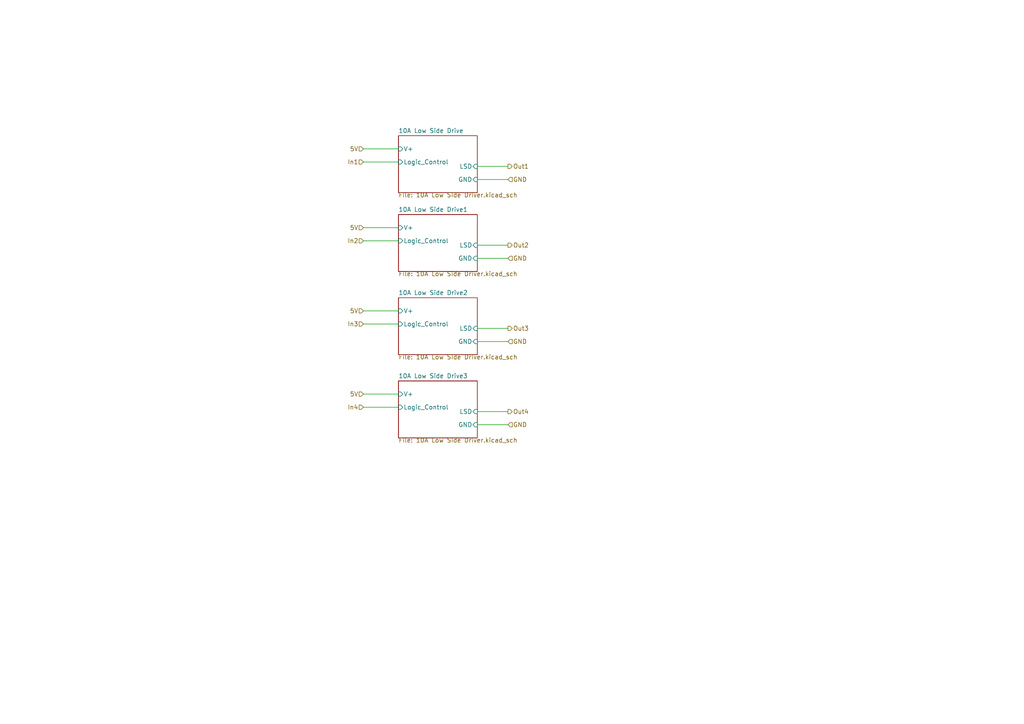
<source format=kicad_sch>
(kicad_sch
	(version 20250114)
	(generator "eeschema")
	(generator_version "9.0")
	(uuid "9dc18f7b-b9e7-44dd-939a-1e50b174543d")
	(paper "A4")
	(lib_symbols)
	(wire
		(pts
			(xy 138.43 74.93) (xy 147.32 74.93)
		)
		(stroke
			(width 0)
			(type default)
		)
		(uuid "22836da0-2bcc-42a0-ae7f-d27cf365de38")
	)
	(wire
		(pts
			(xy 138.43 48.26) (xy 147.32 48.26)
		)
		(stroke
			(width 0)
			(type default)
		)
		(uuid "3187710a-9af7-404a-96cd-2230650d83c3")
	)
	(wire
		(pts
			(xy 138.43 123.19) (xy 147.32 123.19)
		)
		(stroke
			(width 0)
			(type default)
		)
		(uuid "350eac2f-1744-4c28-8dd1-4e562421ab04")
	)
	(wire
		(pts
			(xy 138.43 119.38) (xy 147.32 119.38)
		)
		(stroke
			(width 0)
			(type default)
		)
		(uuid "351ea33f-817a-4abd-9ea8-64ac477155a0")
	)
	(wire
		(pts
			(xy 105.41 66.04) (xy 115.57 66.04)
		)
		(stroke
			(width 0)
			(type default)
		)
		(uuid "39127245-f90c-4e66-8985-2ea4c38f2c43")
	)
	(wire
		(pts
			(xy 105.41 90.17) (xy 115.57 90.17)
		)
		(stroke
			(width 0)
			(type default)
		)
		(uuid "44849324-32ed-43eb-b09e-1bf3a255ff29")
	)
	(wire
		(pts
			(xy 138.43 52.07) (xy 147.32 52.07)
		)
		(stroke
			(width 0)
			(type default)
		)
		(uuid "45f1f535-9a80-4561-b1d1-2bda564989c2")
	)
	(wire
		(pts
			(xy 105.41 69.85) (xy 115.57 69.85)
		)
		(stroke
			(width 0)
			(type default)
		)
		(uuid "64dcf187-0820-430b-887e-3386f1dec549")
	)
	(wire
		(pts
			(xy 138.43 95.25) (xy 147.32 95.25)
		)
		(stroke
			(width 0)
			(type default)
		)
		(uuid "71aa0727-f16e-4f27-9762-bda30456318b")
	)
	(wire
		(pts
			(xy 105.41 46.99) (xy 115.57 46.99)
		)
		(stroke
			(width 0)
			(type default)
		)
		(uuid "82287ee0-d56c-4726-93a4-df4f25b2270d")
	)
	(wire
		(pts
			(xy 105.41 93.98) (xy 115.57 93.98)
		)
		(stroke
			(width 0)
			(type default)
		)
		(uuid "86c89eda-ad0a-470c-a285-f538623a3f1a")
	)
	(wire
		(pts
			(xy 138.43 99.06) (xy 147.32 99.06)
		)
		(stroke
			(width 0)
			(type default)
		)
		(uuid "afa98aea-12f7-4165-96be-32b7919312dc")
	)
	(wire
		(pts
			(xy 105.41 43.18) (xy 115.57 43.18)
		)
		(stroke
			(width 0)
			(type default)
		)
		(uuid "e0d8ab8f-19c1-4e71-add3-1477e933e5a8")
	)
	(wire
		(pts
			(xy 105.41 118.11) (xy 115.57 118.11)
		)
		(stroke
			(width 0)
			(type default)
		)
		(uuid "ef9c1354-bb71-4dbe-9015-5759dacd2624")
	)
	(wire
		(pts
			(xy 138.43 71.12) (xy 147.32 71.12)
		)
		(stroke
			(width 0)
			(type default)
		)
		(uuid "f7fbe6d4-44aa-4f13-a56b-7fa954261942")
	)
	(wire
		(pts
			(xy 105.41 114.3) (xy 115.57 114.3)
		)
		(stroke
			(width 0)
			(type default)
		)
		(uuid "ff727b47-417a-4b15-9e3e-8f2d7d8b4ec8")
	)
	(hierarchical_label "In1"
		(shape input)
		(at 105.41 46.99 180)
		(effects
			(font
				(size 1.27 1.27)
			)
			(justify right)
		)
		(uuid "036c2f07-b972-4a54-a6b7-d21c35727b25")
	)
	(hierarchical_label "Out3"
		(shape output)
		(at 147.32 95.25 0)
		(effects
			(font
				(size 1.27 1.27)
			)
			(justify left)
		)
		(uuid "13808360-eebe-4802-90a6-7f6d0f30a6f3")
	)
	(hierarchical_label "Out4"
		(shape output)
		(at 147.32 119.38 0)
		(effects
			(font
				(size 1.27 1.27)
			)
			(justify left)
		)
		(uuid "147b6d32-56ac-4f2d-8b35-86e011f46a29")
	)
	(hierarchical_label "In2"
		(shape input)
		(at 105.41 69.85 180)
		(effects
			(font
				(size 1.27 1.27)
			)
			(justify right)
		)
		(uuid "2d87e6b5-f49e-4180-9108-07a529e4243f")
	)
	(hierarchical_label "5V"
		(shape input)
		(at 105.41 90.17 180)
		(effects
			(font
				(size 1.27 1.27)
			)
			(justify right)
		)
		(uuid "30828ba6-4ebe-4029-8d7d-26b5b75d56c5")
	)
	(hierarchical_label "5V"
		(shape input)
		(at 105.41 43.18 180)
		(effects
			(font
				(size 1.27 1.27)
			)
			(justify right)
		)
		(uuid "3b5348a7-81b0-46fd-bc6c-8f14a2fa8e0b")
	)
	(hierarchical_label "Out1"
		(shape output)
		(at 147.32 48.26 0)
		(effects
			(font
				(size 1.27 1.27)
			)
			(justify left)
		)
		(uuid "3bcc1e4f-ff17-4569-9684-b696e69bc821")
	)
	(hierarchical_label "GND"
		(shape input)
		(at 147.32 99.06 0)
		(effects
			(font
				(size 1.27 1.27)
			)
			(justify left)
		)
		(uuid "4037b83c-276b-4183-92fd-1435f024b313")
	)
	(hierarchical_label "In4"
		(shape input)
		(at 105.41 118.11 180)
		(effects
			(font
				(size 1.27 1.27)
			)
			(justify right)
		)
		(uuid "53aeff37-5d35-468f-bd08-324d2eca9504")
	)
	(hierarchical_label "GND"
		(shape input)
		(at 147.32 123.19 0)
		(effects
			(font
				(size 1.27 1.27)
			)
			(justify left)
		)
		(uuid "5eac8628-56ef-4c60-80bd-6ebbf169b7d7")
	)
	(hierarchical_label "5V"
		(shape input)
		(at 105.41 114.3 180)
		(effects
			(font
				(size 1.27 1.27)
			)
			(justify right)
		)
		(uuid "62a255c3-66d4-4088-92b6-3758c6b02f04")
	)
	(hierarchical_label "GND"
		(shape input)
		(at 147.32 52.07 0)
		(effects
			(font
				(size 1.27 1.27)
			)
			(justify left)
		)
		(uuid "90b1ee66-ebe7-4d9b-ba5f-3d93e2263edf")
	)
	(hierarchical_label "Out2"
		(shape output)
		(at 147.32 71.12 0)
		(effects
			(font
				(size 1.27 1.27)
			)
			(justify left)
		)
		(uuid "b421de48-27ce-47e7-8868-6701b6fff59e")
	)
	(hierarchical_label "5V"
		(shape input)
		(at 105.41 66.04 180)
		(effects
			(font
				(size 1.27 1.27)
			)
			(justify right)
		)
		(uuid "d7fd109c-fedc-4d4d-a31b-b23b136f94a6")
	)
	(hierarchical_label "In3"
		(shape input)
		(at 105.41 93.98 180)
		(effects
			(font
				(size 1.27 1.27)
			)
			(justify right)
		)
		(uuid "d8c3b913-f0a8-4b97-a422-27e47bab5ffe")
	)
	(hierarchical_label "GND"
		(shape input)
		(at 147.32 74.93 0)
		(effects
			(font
				(size 1.27 1.27)
			)
			(justify left)
		)
		(uuid "df723512-3b05-40c1-9a94-557dffd27fa3")
	)
	(sheet
		(at 115.57 110.49)
		(size 22.86 16.51)
		(exclude_from_sim no)
		(in_bom yes)
		(on_board yes)
		(dnp no)
		(fields_autoplaced yes)
		(stroke
			(width 0.1524)
			(type solid)
		)
		(fill
			(color 0 0 0 0.0000)
		)
		(uuid "534ae0a9-e033-471d-ab4c-668e78bff240")
		(property "Sheetname" "10A Low Side Drive3"
			(at 115.57 109.7784 0)
			(effects
				(font
					(size 1.27 1.27)
				)
				(justify left bottom)
			)
		)
		(property "Sheetfile" "10A Low Side Driver.kicad_sch"
			(at 115.57 126.9496 0)
			(effects
				(font
					(size 1.27 1.27)
				)
				(justify left top)
			)
		)
		(pin "GND" input
			(at 138.43 123.19 0)
			(uuid "170c05e3-3726-4744-8b53-861a85463a67")
			(effects
				(font
					(size 1.27 1.27)
				)
				(justify right)
			)
		)
		(pin "Logic_Control" input
			(at 115.57 118.11 180)
			(uuid "5f714a7f-41a8-4f75-b42a-90f491263984")
			(effects
				(font
					(size 1.27 1.27)
				)
				(justify left)
			)
		)
		(pin "LSD" input
			(at 138.43 119.38 0)
			(uuid "9bf6ed05-9df7-46f2-b0d4-8b02baefa708")
			(effects
				(font
					(size 1.27 1.27)
				)
				(justify right)
			)
		)
		(pin "V+" input
			(at 115.57 114.3 180)
			(uuid "170fa2c0-c694-42f7-9548-7c2242cccba0")
			(effects
				(font
					(size 1.27 1.27)
				)
				(justify left)
			)
		)
		(instances
			(project "BMS"
				(path "/d7e219ab-f530-45f5-8a23-0e6b6d2e3e0f/3c6788b6-9eaa-4dc7-9b1b-c672529b8bdf"
					(page "14")
				)
			)
		)
	)
	(sheet
		(at 115.57 86.36)
		(size 22.86 16.51)
		(exclude_from_sim no)
		(in_bom yes)
		(on_board yes)
		(dnp no)
		(fields_autoplaced yes)
		(stroke
			(width 0.1524)
			(type solid)
		)
		(fill
			(color 0 0 0 0.0000)
		)
		(uuid "6fb9c1b2-80f3-454d-a189-500ef67547a6")
		(property "Sheetname" "10A Low Side Drive2"
			(at 115.57 85.6484 0)
			(effects
				(font
					(size 1.27 1.27)
				)
				(justify left bottom)
			)
		)
		(property "Sheetfile" "10A Low Side Driver.kicad_sch"
			(at 115.57 102.8196 0)
			(effects
				(font
					(size 1.27 1.27)
				)
				(justify left top)
			)
		)
		(pin "GND" input
			(at 138.43 99.06 0)
			(uuid "33d271fc-228b-447e-9da1-ff1e20997227")
			(effects
				(font
					(size 1.27 1.27)
				)
				(justify right)
			)
		)
		(pin "Logic_Control" input
			(at 115.57 93.98 180)
			(uuid "ad1b0acc-140b-4064-b185-0cb2d713e63b")
			(effects
				(font
					(size 1.27 1.27)
				)
				(justify left)
			)
		)
		(pin "LSD" input
			(at 138.43 95.25 0)
			(uuid "9eac1481-d9ef-4e5b-8e40-e624db8e83e7")
			(effects
				(font
					(size 1.27 1.27)
				)
				(justify right)
			)
		)
		(pin "V+" input
			(at 115.57 90.17 180)
			(uuid "6ce176e6-b1c6-4a43-a19c-021620bbfa0a")
			(effects
				(font
					(size 1.27 1.27)
				)
				(justify left)
			)
		)
		(instances
			(project "BMS"
				(path "/d7e219ab-f530-45f5-8a23-0e6b6d2e3e0f/3c6788b6-9eaa-4dc7-9b1b-c672529b8bdf"
					(page "13")
				)
			)
		)
	)
	(sheet
		(at 115.57 62.23)
		(size 22.86 16.51)
		(exclude_from_sim no)
		(in_bom yes)
		(on_board yes)
		(dnp no)
		(fields_autoplaced yes)
		(stroke
			(width 0.1524)
			(type solid)
		)
		(fill
			(color 0 0 0 0.0000)
		)
		(uuid "74428701-c731-4f1a-9259-da751d3a6d79")
		(property "Sheetname" "10A Low Side Drive1"
			(at 115.57 61.5184 0)
			(effects
				(font
					(size 1.27 1.27)
				)
				(justify left bottom)
			)
		)
		(property "Sheetfile" "10A Low Side Driver.kicad_sch"
			(at 115.57 78.6896 0)
			(effects
				(font
					(size 1.27 1.27)
				)
				(justify left top)
			)
		)
		(pin "GND" input
			(at 138.43 74.93 0)
			(uuid "7840d044-5f10-406f-a33b-44047bab07ad")
			(effects
				(font
					(size 1.27 1.27)
				)
				(justify right)
			)
		)
		(pin "Logic_Control" input
			(at 115.57 69.85 180)
			(uuid "0f724a81-0ff3-4780-9e7c-d9e7717718f3")
			(effects
				(font
					(size 1.27 1.27)
				)
				(justify left)
			)
		)
		(pin "LSD" input
			(at 138.43 71.12 0)
			(uuid "494bab55-1a56-4b0d-9245-dcb3889980a5")
			(effects
				(font
					(size 1.27 1.27)
				)
				(justify right)
			)
		)
		(pin "V+" input
			(at 115.57 66.04 180)
			(uuid "a622cebb-2cf9-463a-809a-8784cb02258a")
			(effects
				(font
					(size 1.27 1.27)
				)
				(justify left)
			)
		)
		(instances
			(project "BMS"
				(path "/d7e219ab-f530-45f5-8a23-0e6b6d2e3e0f/3c6788b6-9eaa-4dc7-9b1b-c672529b8bdf"
					(page "10")
				)
			)
		)
	)
	(sheet
		(at 115.57 39.37)
		(size 22.86 16.51)
		(exclude_from_sim no)
		(in_bom yes)
		(on_board yes)
		(dnp no)
		(fields_autoplaced yes)
		(stroke
			(width 0.1524)
			(type solid)
		)
		(fill
			(color 0 0 0 0.0000)
		)
		(uuid "aa608db7-6a72-41f7-89a5-ea3e1c7578b1")
		(property "Sheetname" "10A Low Side Drive"
			(at 115.57 38.6584 0)
			(effects
				(font
					(size 1.27 1.27)
				)
				(justify left bottom)
			)
		)
		(property "Sheetfile" "10A Low Side Driver.kicad_sch"
			(at 115.57 55.8296 0)
			(effects
				(font
					(size 1.27 1.27)
				)
				(justify left top)
			)
		)
		(pin "GND" input
			(at 138.43 52.07 0)
			(uuid "7df9fe46-dbd0-4e74-9a1f-9742f4653007")
			(effects
				(font
					(size 1.27 1.27)
				)
				(justify right)
			)
		)
		(pin "Logic_Control" input
			(at 115.57 46.99 180)
			(uuid "6801c3d6-b6cc-4c8b-8989-3d53f43c22dc")
			(effects
				(font
					(size 1.27 1.27)
				)
				(justify left)
			)
		)
		(pin "LSD" input
			(at 138.43 48.26 0)
			(uuid "f21b9aae-f2b2-464a-9696-c1caf12c368e")
			(effects
				(font
					(size 1.27 1.27)
				)
				(justify right)
			)
		)
		(pin "V+" input
			(at 115.57 43.18 180)
			(uuid "d916dd03-932c-443c-982f-e6aeae8d531e")
			(effects
				(font
					(size 1.27 1.27)
				)
				(justify left)
			)
		)
		(instances
			(project "BMS"
				(path "/d7e219ab-f530-45f5-8a23-0e6b6d2e3e0f/3c6788b6-9eaa-4dc7-9b1b-c672529b8bdf"
					(page "12")
				)
			)
		)
	)
)

</source>
